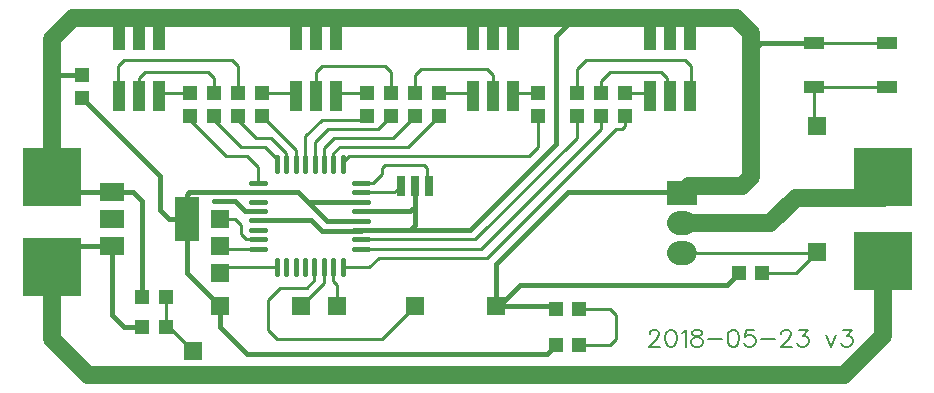
<source format=gtl>
G04 ---------------------------- Layer name :TOP LAYER*
G04 EasyEDA v5.4.12, Wed, 23 May 2018 11:05:33 GMT*
G04 139d24c5156241d0888082340940ae75*
G04 Gerber Generator version 0.2*
G04 Scale: 100 percent, Rotated: No, Reflected: No *
G04 Dimensions in millimeters *
G04 leading zeros omitted , absolute positions ,3 integer and 3 decimal *
%FSLAX33Y33*%
%MOMM*%
G90*
G71D02*

%ADD10C,0.254000*%
%ADD11C,0.399999*%
%ADD12C,1.499997*%
%ADD13C,0.449999*%
%ADD14C,0.203200*%
%ADD15R,1.999996X3.799992*%
%ADD16R,1.999996X1.499997*%
%ADD17R,0.701040X1.699260*%
%ADD18R,1.799996X1.099998*%
%ADD19R,1.099998X2.499995*%
%ADD20R,1.206500X1.206500*%
%ADD21R,1.206500X1.206998*%
%ADD22R,2.500000X2.000001*%
%ADD23R,1.574800X1.574800*%
%ADD24R,1.574800X1.575054*%
%ADD25R,4.999990X4.999990*%
%ADD26R,1.575054X1.575054*%
%ADD27C,2.000001*%

%LPD*%
G54D10*
G01X29768Y17526D02*
G01X30734Y17526D01*
G01X31496Y18288D01*
G01X31496Y18796D01*
G01X31750Y19050D01*
G01X35052Y19050D01*
G01X35306Y18796D01*
G01X35306Y17449D01*
G01X35483Y17272D01*
G01X29768Y16725D02*
G01X32550Y16725D01*
G01X33096Y17272D01*
G54D11*
G01X29768Y15925D02*
G01X25222Y15925D01*
G01X24384Y16764D01*
G01X21059Y16764D01*
G01X21031Y16736D01*
G01X29768Y14328D02*
G01X26819Y14328D01*
G01X25222Y15925D01*
G01X21031Y14338D02*
G01X25539Y14338D01*
G01X26416Y13462D01*
G01X29702Y13462D01*
G01X29768Y13528D01*
G01X29768Y15125D02*
G01X33921Y15125D01*
G01X34290Y15494D01*
G01X34290Y17272D01*
G01X29768Y13528D02*
G01X33848Y13528D01*
G01X34290Y13970D01*
G01X34290Y15494D01*
G54D10*
G01X74272Y29370D02*
G01X68072Y29370D01*
G01X13210Y5331D02*
G01X13210Y7871D01*
G01X13210Y7871D01*
G54D12*
G01X3556Y9652D02*
G01X3556Y4318D01*
G01X6604Y1270D01*
G01X70612Y1270D01*
G01X73914Y4572D01*
G01X73914Y9144D01*
G01X3556Y17272D02*
G01X3556Y29718D01*
G01X5334Y31496D01*
G01X61468Y31496D01*
G01X62738Y30226D01*
G01X62738Y18034D01*
G01X61976Y17272D01*
G01X57531Y17272D01*
G01X56896Y16637D01*
G54D11*
G01X68072Y29370D02*
G01X63619Y29370D01*
G01X62738Y28488D01*
G54D12*
G01X56896Y14097D02*
G01X64389Y14097D01*
G01X66548Y16256D01*
G01X73914Y16256D01*
G54D10*
G01X74272Y25669D02*
G01X68072Y25669D01*
G01X68072Y25669D02*
G01X68072Y22606D01*
G01X68326Y22352D01*
G01X56896Y11557D02*
G01X68199Y11557D01*
G01X68326Y11684D01*
G01X63703Y9906D02*
G01X66548Y9906D01*
G01X68072Y11430D01*
G01X68326Y11684D01*
G01X26593Y10363D02*
G01X26593Y9067D01*
G01X24638Y7112D01*
G01X27393Y10363D02*
G01X27393Y9182D01*
G01X27686Y8890D01*
G01X27686Y7112D01*
G54D11*
G01X8686Y16776D02*
G01X4813Y16776D01*
G01X3556Y18034D01*
G01X8686Y12176D02*
G01X5318Y12176D01*
G01X3556Y10414D01*
G01X21031Y15135D02*
G01X19916Y15135D01*
G01X19050Y16002D01*
G01X17272Y16002D01*
G01X21031Y16736D02*
G01X15212Y16736D01*
G01X14986Y16510D01*
G01X14986Y14478D01*
G01X11229Y5331D02*
G01X9654Y5331D01*
G01X8636Y6350D01*
G01X8636Y12125D01*
G01X8686Y12176D01*
G01X11229Y7871D02*
G01X11229Y15948D01*
G01X10414Y16764D01*
G01X8699Y16764D01*
G01X8686Y16776D01*
G01X14986Y14478D02*
G01X14986Y9906D01*
G01X17780Y7112D01*
G01X46228Y3810D02*
G01X45466Y3048D01*
G01X20066Y3048D01*
G01X17780Y5334D01*
G01X17780Y7112D01*
G54D10*
G01X21031Y12738D02*
G01X20027Y12738D01*
G01X19558Y13208D01*
G01X19558Y13970D01*
G01X19050Y14478D01*
G01X17780Y14478D01*
G01X21031Y11938D02*
G01X18288Y11938D01*
G01X17780Y12446D01*
G01X22595Y10363D02*
G01X18237Y10363D01*
G01X17780Y9906D01*
G01X13210Y5331D02*
G01X13464Y5331D01*
G01X15494Y3302D01*
G01X48209Y3810D02*
G01X50800Y3810D01*
G01X51308Y4318D01*
G01X51308Y6350D01*
G01X50800Y6858D01*
G01X48214Y6858D01*
G01X48211Y6855D01*
G01X9182Y29522D02*
G01X9182Y31487D01*
G01X9190Y31496D01*
G01X10881Y29522D02*
G01X10881Y31382D01*
G01X10995Y31496D01*
G01X12666Y31496D02*
G01X12666Y29607D01*
G01X12580Y29522D01*
G01X24180Y29522D02*
G01X24180Y31344D01*
G01X24029Y31496D01*
G01X25833Y31496D02*
G01X25833Y29568D01*
G01X25880Y29522D01*
G01X27581Y29522D02*
G01X27581Y31372D01*
G01X27705Y31496D01*
G01X38734Y31496D02*
G01X39182Y29522D01*
G01X39182Y29522D01*
G01X40881Y29522D02*
G01X40881Y31354D01*
G01X40739Y31496D01*
G01X42611Y31496D02*
G01X42611Y29553D01*
G01X42580Y29522D01*
G01X54180Y29522D02*
G01X54180Y31423D01*
G01X54108Y31496D01*
G01X55979Y31496D02*
G01X55979Y29622D01*
G01X55880Y29522D01*
G01X57581Y29522D02*
G01X57581Y31493D01*
G01X57583Y31496D01*
G54D11*
G01X33052Y13528D02*
G01X38928Y13528D01*
G01X46228Y20828D01*
G01X46228Y29965D01*
G01X47758Y31496D01*
G54D10*
G01X24206Y19126D02*
G01X24206Y20297D01*
G01X21338Y23164D01*
G01X23406Y19126D02*
G01X23406Y20027D01*
G01X22098Y21336D01*
G01X20828Y21336D01*
G01X19306Y22857D01*
G01X19306Y23164D01*
G01X22606Y19126D02*
G01X22606Y19558D01*
G01X21590Y20574D01*
G01X19558Y20574D01*
G01X17274Y22857D01*
G01X17274Y23164D01*
G01X21031Y17536D02*
G01X21031Y18846D01*
G01X20066Y19812D01*
G01X18288Y19812D01*
G01X15242Y22857D01*
G01X15242Y23164D01*
G01X25006Y19126D02*
G01X25006Y21450D01*
G01X26416Y22860D01*
G01X29923Y22860D01*
G01X30228Y23164D01*
G01X25803Y19126D02*
G01X25803Y20977D01*
G01X26924Y22098D01*
G01X31196Y22098D01*
G01X32260Y23162D01*
G01X26603Y19126D02*
G01X26603Y20507D01*
G01X27432Y21336D01*
G01X32463Y21336D01*
G01X34292Y23164D01*
G01X27404Y19126D02*
G01X27404Y20038D01*
G01X27940Y20574D01*
G01X33733Y20574D01*
G01X36324Y23164D01*
G01X15242Y25146D02*
G01X12936Y25146D01*
G01X12621Y24831D01*
G01X21338Y25146D02*
G01X23893Y25146D01*
G01X24208Y24831D01*
G01X30228Y25146D02*
G01X27924Y25146D01*
G01X27609Y24831D01*
G01X36324Y25146D02*
G01X38879Y25146D01*
G01X39194Y24831D01*
G01X44706Y25146D02*
G01X42908Y25146D01*
G01X42593Y24831D01*
G01X52072Y25146D02*
G01X53865Y25146D01*
G01X54180Y24831D01*
G01X50040Y25146D02*
G01X50040Y26164D01*
G01X50800Y26924D01*
G01X55118Y26924D01*
G01X55626Y26416D01*
G01X55626Y25085D01*
G01X55880Y24831D01*
G01X48008Y25146D02*
G01X48008Y27180D01*
G01X48768Y27940D01*
G01X57150Y27940D01*
G01X57658Y27432D01*
G01X57658Y24907D01*
G01X57581Y24831D01*
G01X29768Y12727D02*
G01X39397Y12727D01*
G01X48006Y21336D01*
G01X48006Y23162D01*
G01X48008Y23164D01*
G01X29768Y11927D02*
G01X39867Y11927D01*
G01X50038Y22098D01*
G01X50038Y23162D01*
G01X50040Y23164D01*
G01X28194Y10363D02*
G01X30429Y10363D01*
G01X31242Y11176D01*
G01X40386Y11176D01*
G01X51308Y22098D01*
G01X51816Y22098D01*
G01X52070Y22352D01*
G01X52070Y23162D01*
G01X52072Y23164D01*
G01X28204Y19126D02*
G01X28204Y19314D01*
G01X28702Y19812D01*
G01X43942Y19812D01*
G01X44704Y20574D01*
G01X44704Y23162D01*
G01X44706Y23164D01*
G01X34292Y25146D02*
G01X34290Y26670D01*
G01X34798Y27178D01*
G01X40386Y27178D01*
G01X40894Y26670D01*
G01X40894Y24831D01*
G01X32260Y25143D02*
G01X32258Y26924D01*
G01X31750Y27432D01*
G01X26416Y27432D01*
G01X25908Y26924D01*
G01X25908Y24831D01*
G01X10922Y24831D02*
G01X10922Y26416D01*
G01X11430Y26924D01*
G01X16764Y26924D01*
G01X17272Y26416D01*
G01X17272Y25148D01*
G01X17274Y25146D01*
G01X19306Y25146D02*
G01X19306Y27429D01*
G01X18796Y27940D01*
G01X9652Y27940D01*
G01X9144Y27432D01*
G01X9144Y24909D01*
G01X9222Y24831D01*
G54D11*
G01X6098Y26667D02*
G01X3714Y26667D01*
G01X3556Y26825D01*
G01X14986Y14478D02*
G01X13462Y14478D01*
G01X12700Y15240D01*
G01X12700Y18084D01*
G01X6098Y24686D01*
G01X41148Y7112D02*
G01X41148Y10668D01*
G01X47244Y16764D01*
G01X56769Y16764D01*
G01X56896Y16637D01*
G01X41148Y7112D02*
G01X41402Y7112D01*
G01X43180Y8890D01*
G01X60708Y8890D01*
G01X61723Y9904D01*
G01X41148Y7112D02*
G01X45974Y7112D01*
G01X46230Y6855D01*
G54D10*
G01X25793Y10363D02*
G01X25793Y9283D01*
G01X25146Y8636D01*
G01X22860Y8636D01*
G01X21844Y7620D01*
G01X21844Y5080D01*
G01X22606Y4318D01*
G01X31496Y4318D01*
G01X34290Y7112D01*
G54D13*
G01X28194Y9763D02*
G01X28194Y10962D01*
G01X27393Y9763D02*
G01X27393Y10962D01*
G01X26593Y9763D02*
G01X26593Y10962D01*
G01X25793Y9763D02*
G01X25793Y10962D01*
G01X24996Y9763D02*
G01X24996Y10962D01*
G01X24196Y9763D02*
G01X24196Y10962D01*
G01X23395Y9763D02*
G01X23395Y10962D01*
G01X22595Y9763D02*
G01X22595Y10962D01*
G01X21630Y11938D02*
G01X20431Y11938D01*
G01X21630Y12738D02*
G01X20431Y12738D01*
G01X21630Y13538D02*
G01X20431Y13538D01*
G01X21630Y14338D02*
G01X20431Y14338D01*
G01X21630Y15135D02*
G01X20431Y15135D01*
G01X21630Y15935D02*
G01X20431Y15935D01*
G01X21630Y16736D02*
G01X20431Y16736D01*
G01X21630Y17536D02*
G01X20431Y17536D01*
G01X22606Y18526D02*
G01X22606Y19725D01*
G01X23406Y18526D02*
G01X23406Y19725D01*
G01X24206Y18526D02*
G01X24206Y19725D01*
G01X25006Y18526D02*
G01X25006Y19725D01*
G01X25803Y18526D02*
G01X25803Y19725D01*
G01X26603Y18526D02*
G01X26603Y19725D01*
G01X27404Y18526D02*
G01X27404Y19725D01*
G01X28204Y18526D02*
G01X28204Y19725D01*
G01X30368Y17526D02*
G01X29169Y17526D01*
G01X30368Y16725D02*
G01X29169Y16725D01*
G01X30368Y15925D02*
G01X29169Y15925D01*
G01X30368Y15125D02*
G01X29169Y15125D01*
G01X30368Y14328D02*
G01X29169Y14328D01*
G01X30368Y13528D02*
G01X29169Y13528D01*
G01X30368Y12727D02*
G01X29169Y12727D01*
G01X30368Y11927D02*
G01X29169Y11927D01*
G54D14*
G01X54170Y4739D02*
G01X54170Y4808D01*
G01X54239Y4942D01*
G01X54307Y5011D01*
G01X54442Y5079D01*
G01X54716Y5079D01*
G01X54851Y5011D01*
G01X54919Y4942D01*
G01X54988Y4808D01*
G01X54988Y4671D01*
G01X54919Y4533D01*
G01X54782Y4330D01*
G01X54102Y3647D01*
G01X55057Y3647D01*
G01X55915Y5079D02*
G01X55709Y5011D01*
G01X55575Y4808D01*
G01X55506Y4467D01*
G01X55506Y4262D01*
G01X55575Y3921D01*
G01X55709Y3715D01*
G01X55915Y3647D01*
G01X56052Y3647D01*
G01X56255Y3715D01*
G01X56393Y3921D01*
G01X56461Y4262D01*
G01X56461Y4467D01*
G01X56393Y4808D01*
G01X56255Y5011D01*
G01X56052Y5079D01*
G01X55915Y5079D01*
G01X56911Y4808D02*
G01X57048Y4876D01*
G01X57251Y5079D01*
G01X57251Y3647D01*
G01X58044Y5079D02*
G01X57838Y5011D01*
G01X57769Y4876D01*
G01X57769Y4739D01*
G01X57838Y4602D01*
G01X57975Y4533D01*
G01X58247Y4467D01*
G01X58453Y4399D01*
G01X58587Y4262D01*
G01X58656Y4124D01*
G01X58656Y3921D01*
G01X58587Y3784D01*
G01X58519Y3715D01*
G01X58315Y3647D01*
G01X58044Y3647D01*
G01X57838Y3715D01*
G01X57769Y3784D01*
G01X57701Y3921D01*
G01X57701Y4124D01*
G01X57769Y4262D01*
G01X57906Y4399D01*
G01X58110Y4467D01*
G01X58384Y4533D01*
G01X58519Y4602D01*
G01X58587Y4739D01*
G01X58587Y4876D01*
G01X58519Y5011D01*
G01X58315Y5079D01*
G01X58044Y5079D01*
G01X59105Y4262D02*
G01X60332Y4262D01*
G01X61193Y5079D02*
G01X60987Y5011D01*
G01X60850Y4808D01*
G01X60784Y4467D01*
G01X60784Y4262D01*
G01X60850Y3921D01*
G01X60987Y3715D01*
G01X61193Y3647D01*
G01X61328Y3647D01*
G01X61534Y3715D01*
G01X61671Y3921D01*
G01X61737Y4262D01*
G01X61737Y4467D01*
G01X61671Y4808D01*
G01X61534Y5011D01*
G01X61328Y5079D01*
G01X61193Y5079D01*
G01X63007Y5079D02*
G01X62323Y5079D01*
G01X62255Y4467D01*
G01X62323Y4533D01*
G01X62529Y4602D01*
G01X62732Y4602D01*
G01X62938Y4533D01*
G01X63075Y4399D01*
G01X63141Y4193D01*
G01X63141Y4056D01*
G01X63075Y3853D01*
G01X62938Y3715D01*
G01X62732Y3647D01*
G01X62529Y3647D01*
G01X62323Y3715D01*
G01X62255Y3784D01*
G01X62189Y3921D01*
G01X63593Y4262D02*
G01X64820Y4262D01*
G01X65338Y4739D02*
G01X65338Y4808D01*
G01X65407Y4942D01*
G01X65473Y5011D01*
G01X65610Y5079D01*
G01X65885Y5079D01*
G01X66019Y5011D01*
G01X66088Y4942D01*
G01X66156Y4808D01*
G01X66156Y4671D01*
G01X66088Y4533D01*
G01X65951Y4330D01*
G01X65270Y3647D01*
G01X66225Y3647D01*
G01X66812Y5079D02*
G01X67561Y5079D01*
G01X67152Y4533D01*
G01X67355Y4533D01*
G01X67492Y4467D01*
G01X67561Y4399D01*
G01X67630Y4193D01*
G01X67630Y4056D01*
G01X67561Y3853D01*
G01X67424Y3715D01*
G01X67221Y3647D01*
G01X67015Y3647D01*
G01X66812Y3715D01*
G01X66743Y3784D01*
G01X66675Y3921D01*
G01X69128Y4602D02*
G01X69537Y3647D01*
G01X69946Y4602D02*
G01X69537Y3647D01*
G01X70533Y5079D02*
G01X71282Y5079D01*
G01X70873Y4533D01*
G01X71079Y4533D01*
G01X71216Y4467D01*
G01X71282Y4399D01*
G01X71351Y4193D01*
G01X71351Y4056D01*
G01X71282Y3853D01*
G01X71147Y3715D01*
G01X70942Y3647D01*
G01X70739Y3647D01*
G01X70533Y3715D01*
G01X70464Y3784D01*
G01X70398Y3921D01*
G54D15*
G01X14986Y14478D03*
G54D16*
G01X8686Y14478D03*
G01X8686Y12176D03*
G01X8686Y16776D03*
G54D17*
G01X33096Y17270D03*
G01X34290Y17270D03*
G01X35483Y17270D03*
G54D18*
G01X68070Y29371D03*
G01X68070Y25670D03*
G01X74270Y29371D03*
G01X74270Y25670D03*
G54D19*
G01X57581Y30030D03*
G01X55880Y30030D03*
G01X54180Y30030D03*
G01X57581Y24831D03*
G01X55880Y24831D03*
G01X54180Y24831D03*
G01X42593Y30030D03*
G01X40894Y30030D03*
G01X39194Y30030D03*
G01X42593Y24831D03*
G01X40894Y24831D03*
G01X39194Y24831D03*
G01X27609Y30030D03*
G01X25908Y30030D03*
G01X24208Y30030D03*
G01X27609Y24831D03*
G01X25908Y24831D03*
G01X24208Y24831D03*
G01X12621Y30030D03*
G01X10922Y30030D03*
G01X9222Y30030D03*
G01X12621Y24831D03*
G01X10922Y24831D03*
G01X9222Y24831D03*
G54D20*
G01X61723Y9904D03*
G01X63704Y9904D03*
G01X13210Y7871D03*
G01X11229Y7871D03*
G01X13210Y5331D03*
G01X11229Y5331D03*
G54D21*
G01X15242Y25146D03*
G54D20*
G01X15242Y23164D03*
G54D21*
G01X17274Y25146D03*
G54D20*
G01X17274Y23164D03*
G54D21*
G01X19306Y25146D03*
G54D20*
G01X19306Y23164D03*
G54D21*
G01X21338Y25146D03*
G54D20*
G01X21338Y23164D03*
G01X46228Y3810D03*
G01X48209Y3810D03*
G01X46230Y6855D03*
G01X48211Y6855D03*
G54D21*
G01X30228Y25146D03*
G54D20*
G01X30228Y23164D03*
G54D21*
G01X32260Y25143D03*
G54D20*
G01X32260Y23162D03*
G54D21*
G01X34292Y25146D03*
G54D20*
G01X34292Y23164D03*
G54D21*
G01X36324Y25146D03*
G54D20*
G01X36324Y23164D03*
G54D21*
G01X44706Y25146D03*
G54D20*
G01X44706Y23164D03*
G54D21*
G01X48008Y25146D03*
G54D20*
G01X48008Y23164D03*
G54D21*
G01X50040Y25146D03*
G54D20*
G01X50040Y23164D03*
G54D21*
G01X52072Y25146D03*
G54D20*
G01X52072Y23164D03*
G54D21*
G01X6098Y26667D03*
G54D20*
G01X6098Y24686D03*
G54D22*
G01X56896Y16637D03*
G54D23*
G01X24638Y7112D03*
G01X27686Y7112D03*
G01X34290Y7112D03*
G54D24*
G01X41148Y7112D03*
G54D23*
G01X17780Y7112D03*
G54D25*
G01X3556Y10414D03*
G01X3556Y18034D03*
G01X73914Y18034D03*
G01X73914Y10922D03*
G54D26*
G01X68326Y22352D03*
G01X17780Y14478D03*
G01X17780Y12192D03*
G01X68326Y11684D03*
G01X17780Y9906D03*
G01X15494Y3302D03*
G54D27*
G01X57145Y11557D02*
G01X56646Y11557D01*
G01X57145Y14097D02*
G01X56646Y14097D01*
M00*
M02*

</source>
